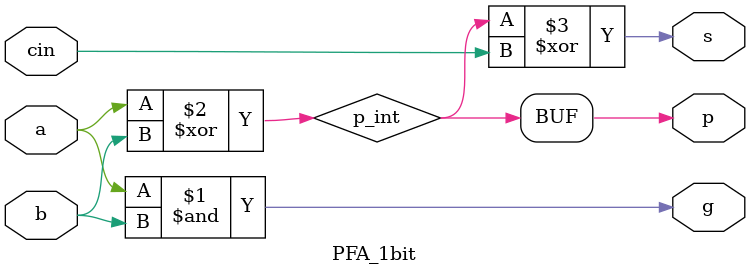
<source format=v>
module PFA_1bit(a, b, cin, s, g, p);
input a,b,cin;
output s,g,p;

wire p_int;

assign g = a & b;
assign p_int = a ^ b;
assign s = p_int ^ cin;
assign p = p_int;
endmodule
</source>
